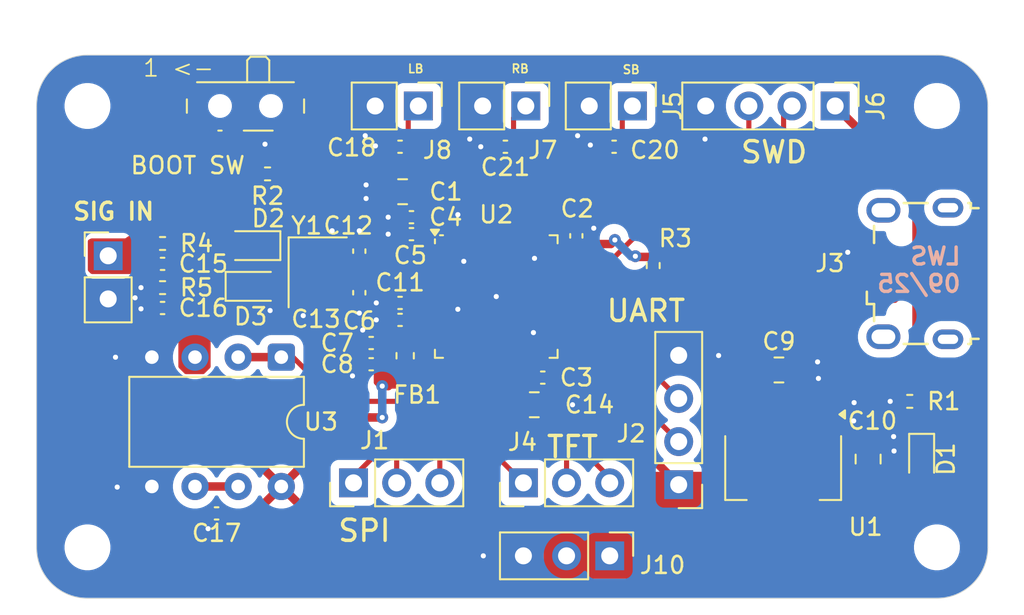
<source format=kicad_pcb>
(kicad_pcb (version 20241229) (generator "pcbnew") (generator_version "9.0")
  (layers (0 "F.Cu" signal) (2 "B.Cu" power) (13 "F.Paste" user) (15 "B.Paste" user) (5 "F.SilkS" user "F.Silkscreen") (7 "B.SilkS" user "B.Silkscreen") (1 "F.Mask" user) (3 "B.Mask" user) (25 "Edge.Cuts" user))
  (net 0 "")
  (net 1 "GND")
  (net 2 "+3.3V")
  (net 3 "+3.3VA")
  (net 4 "VBUS")
  (net 5 "/NRST")
  (net 6 "/HSE_IN")
  (net 7 "/HSE_OUT")
  (net 8 "Net-(U2-VCAP1)")
  (net 9 "/PWR_LED")
  (net 10 "/SPI_MOSI")
  (net 11 "/SPI_MISO")
  (net 12 "/SPI_SCK")
  (net 13 "/USART_RX")
  (net 14 "/USART_TX")
  (net 17 "/USB_D-")
  (net 20 "/USB_D+")
  (net 22 "/TFT_DC{slash}RS")
  (net 23 "/TFT_CS")
  (net 24 "/TFT_RST")
  (net 25 "/SWCLK")
  (net 26 "/SWDIO")
  (net 27 "/SW_BOOT0")
  (net 28 "/BOOT0")
  (net 33 "ADC_IN")
  (net 48 "Net-(U3B--)")
  (net 49 "/ATTN_SIG")
  (net 50 "/INPUT_SIG")
  (net 51 "LEFT_BTN")
  (net 52 "SELECT_BTN")
  (net 53 "RIGHT_BTN")
  (footprint "MountingHole:MountingHole_2.2mm_M2" (layer "F.Cu") (at 148.2 90.2)
    (property "Reference" "H1" (hide yes))
    (property "Value" "MountingHole")
  )
  (footprint "Capacitor_SMD:C_0402_1005Metric" (layer "F.Cu") (at 129.2 92.6)
    (property "Reference" "C20")
    (property "Value" "100n")
  )
  (footprint "Connector_PinHeader_2.54mm:PinHeader_1x02_P2.54mm_Vertical" (layer "F.Cu") (at 99.42 99.025)
    (property "Reference" "J9" (hide yes))
    (property "Value" "SIG_IN")
  )
  (footprint "Connector_USB:USB_Micro-B_Wuerth_629105150521" (layer "F.Cu") (at 146.9 100.068 90)
    (property "Reference" "J3")
    (property "Value" "USB_B_Micro")
  )
  (footprint "Capacitor_SMD:C_0402_1005Metric" (layer "F.Cu") (at 114.9 105.4125 180)
    (property "Reference" "C8")
    (property "Value" "1u")
  )
  (footprint "Resistor_SMD:R_0402_1005Metric" (layer "F.Cu") (at 102.62 98.3)
    (property "Reference" "R4")
    (property "Value" "220k")
  )
  (footprint "Capacitor_SMD:C_0805_2012Metric" (layer "F.Cu") (at 124.5 107.8)
    (property "Reference" "C14")
    (property "Value" "4.7u")
  )
  (footprint "Inductor_SMD:L_0603_1608Metric" (layer "F.Cu") (at 116.9 104.9125 90)
    (property "Reference" "FB1")
    (property "Value" "150R")
  )
  (footprint "Diode_SMD:D_SOD-323" (layer "F.Cu") (at 107.9425 100.825)
    (property "Reference" "D3")
    (property "Value" "1N5819WS")
  )
  (footprint "Diode_SMD:D_SOD-323" (layer "F.Cu") (at 107.9425 98.425 180)
    (property "Reference" "D2")
    (property "Value" "1N5819WS")
  )
  (footprint "MountingHole:MountingHole_2.2mm_M2" (layer "F.Cu") (at 98.2 116.2)
    (property "Reference" "H3" (hide yes))
    (property "Value" "MountingHole")
  )
  (footprint "Package_DIP:DIP-8_W7.62mm" (layer "F.Cu") (at 109.61 104.995 -90)
    (property "Reference" "U3")
    (property "Value" "MCP6022")
  )
  (footprint "Capacitor_SMD:C_0402_1005Metric" (layer "F.Cu") (at 102.62 99.5)
    (property "Reference" "C15")
    (property "Value" "100p")
  )
  (footprint "Capacitor_SMD:C_0402_1005Metric" (layer "F.Cu") (at 116.6 101.8 180)
    (property "Reference" "C11")
    (property "Value" "100n")
  )
  (footprint "Capacitor_SMD:C_0402_1005Metric" (layer "F.Cu") (at 116.6 102.8 180)
    (property "Reference" "C6")
    (property "Value" "10n")
  )
  (footprint "Connector_PinHeader_2.54mm:PinHeader_1x04_P2.54mm_Vertical" (layer "F.Cu") (at 142.21 90.2 -90)
    (property "Reference" "J6")
    (property "Value" "SWD")
  )
  (footprint "Capacitor_SMD:C_0402_1005Metric" (layer "F.Cu") (at 114.2 101.2 -90)
    (property "Reference" "C13")
    (property "Value" "?")
  )
  (footprint "Resistor_SMD:R_0402_1005Metric" (layer "F.Cu") (at 102.62 100.9 180)
    (property "Reference" "R5")
    (property "Value" "220k")
  )
  (footprint "Resistor_SMD:R_0402_1005Metric" (layer "F.Cu") (at 131.5 99.6 -90)
    (property "Reference" "R3")
    (property "Value" "1k5")
  )
  (footprint "Connector_PinHeader_2.54mm:PinHeader_1x02_P2.54mm_Vertical" (layer "F.Cu") (at 130.275 90.2 -90)
    (property "Reference" "J5")
    (property "Value" "Conn_01x02_Pin")
  )
  (footprint "LED_SMD:LED_0603_1608Metric" (layer "F.Cu") (at 147.3 111 -90)
    (property "Reference" "D1")
    (property "Value" "LED")
  )
  (footprint "Resistor_SMD:R_0402_1005Metric" (layer "F.Cu") (at 108.8 94.2)
    (property "Reference" "R2")
    (property "Value" "10k")
  )
  (footprint "Connector_PinHeader_2.54mm:PinHeader_1x02_P2.54mm_Vertical" (layer "F.Cu") (at 124 90.2 -90)
    (property "Reference" "J7")
    (property "Value" "Conn_01x02_Pin")
  )
  (footprint "Capacitor_SMD:C_0402_1005Metric" (layer "F.Cu") (at 116.6 92.6)
    (property "Reference" "C18")
    (property "Value" "100n")
  )
  (footprint "Capacitor_SMD:C_0402_1005Metric" (layer "F.Cu") (at 105.8 114.2 180)
    (property "Reference" "C17")
    (property "Value" "100n")
  )
  (footprint "Capacitor_SMD:C_0402_1005Metric" (layer "F.Cu") (at 126.975 97.85 90)
    (property "Reference" "C2")
    (property "Value" "100n")
  )
  (footprint "Connector_PinHeader_2.54mm:PinHeader_1x03_P2.54mm_Vertical" (layer "F.Cu") (at 123.86 112.4 90)
    (property "Reference" "J4")
    (property "Value" "SPI1")
  )
  (footprint "MountingHole:MountingHole_2.2mm_M2" (layer "F.Cu") (at 148.2 116.2)
    (property "Reference" "H4" (hide yes))
    (property "Value" "MountingHole")
  )
  (footprint "Capacitor_SMD:C_0402_1005Metric" (layer "F.Cu") (at 125 106.2 180)
    (property "Reference" "C3")
    (property "Value" "100n")
  )
  (footprint "Package_DFN_QFN:QFN-48-1EP_7x7mm_P0.5mm_EP5.6x5.6mm" (layer "F.Cu") (at 122.2625 101.425)
    (property "Reference" "U2")
    (property "Value" "STM32F411CEU6")
  )
  (footprint "Capacitor_SMD:C_0402_1005Metric" (layer "F.Cu") (at 102.62 102.1 180)
    (property "Reference" "C16")
    (property "Value" "100p")
  )
  (footprint "Capacitor_SMD:C_0805_2012Metric" (layer "F.Cu") (at 138.9 105.75)
    (property "Reference" "C9")
    (property "Value" "22u")
  )
  (footprint "Connector_PinHeader_2.54mm:PinHeader_1x03_P2.54mm_Vertical" (layer "F.Cu") (at 128.94 116.7 -90)
    (property "Reference" "J10")
    (property "Value" "TFT_PWR")
  )
  (footprint "Capacitor_SMD:C_0402_1005Metric" (layer "F.Cu") (at 122.8 92.6)
    (property "Reference" "C21")
    (property "Value" "100n")
  )
  (footprint "Capacitor_SMD:C_0402_1005Metric" (layer "F.Cu") (at 117.27 97.75 180)
    (property "Reference" "C5")
    (property "Value" "100n")
  )
  (footprint "Resistor_SMD:R_0402_1005Metric" (layer "F.Cu") (at 146.6 107.6 180)
    (property "Reference" "R1")
    (property "Value" "1k5")
  )
  (footprint "Connector_PinHeader_2.54mm:PinHeader_1x03_P2.54mm_Vertical" (layer "F.Cu") (at 113.86 112.4 90)
    (property "Reference" "J1")
    (property "Value" "SPI1")
  )
  (footprint "Button_Switch_SMD:SW_SPDT_PCM12" (layer "F.Cu") (at 107.5 90.53 180)
    (property "Reference" "BOOT SW")
    (property "Value" "SW_SPDT")
  )
  (footprint "Capacitor_SMD:C_0805_2012Metric" (layer "F.Cu") (at 144.15 111 90)
    (property "Reference" "C10")
    (property "Value" "22u")
  )
  (footprint "Connector_PinHeader_2.54mm:PinHeader_1x02_P2.54mm_Vertical" (layer "F.Cu") (at 117.675 90.2 -90)
    (property "Reference" "J8")
    (property "Value" "Conn_01x02_Pin")
  )
  (footprint "Capacitor_SMD:C_0402_1005Metric" (layer "F.Cu") (at 114.9 104.1625 180)
    (property "Reference" "C7")
    (property "Value" "1u")
  )
  (footprint "Capacitor_SMD:C_0402_1005Metric" (layer "F.Cu") (at 114.2 98.75 90)
    (property "Reference" "C12")
    (property "Value" "?")
  )
  (footprint "Crystal:Crystal_SMD_3225-4Pin_3.2x2.5mm" (layer "F.Cu") (at 111.75 100 -90)
    (property "Reference" "Y1")
    (property "Value" "25mHz")
  )
  (footprint "Capacitor_SMD:C_0805_2012Metric" (layer "F.Cu") (at 116.75 95.25 180)
    (property "Reference" "C1")
    (property "Value" "10u")
  )
  (footprint "Package_TO_SOT_SMD:SOT-223-3_TabPin2" (layer "F.Cu") (at 139.15 111.5 -90)
    (property "Reference" "U1")
    (property "Value" "AMS1117-3.3")
  )
  (footprint "Connector_PinHeader_2.54mm:PinHeader_1x04_P2.54mm_Vertical" (layer "F.Cu") (at 133 112.51 180)
    (property "Reference" "J2")
    (property "Value" "USART")
  )
  (footprint "MountingHole:MountingHole_2.2mm_M2" (layer "F.Cu") (at 98.2 90.2)
    (property "Reference" "H2" (hide yes))
    (property "Value" "MountingHole")
  )
  (footprint "Capacitor_SMD:C_0402_1005Metric" (layer "F.Cu") (at 117.27 96.75 180)
    (property "Reference" "C4")
    (property "Value" "100n")
  )
  (gr_line (start 148.2 119.2) (end 98.2 119.2) (stroke (width 0.05)) (layer "Edge.Cuts"))
  (gr_line (start 95.2 116.2) (end 95.2 90.2) (stroke (width 0.05)) (layer "Edge.Cuts"))
  (gr_arc (start 151.2 116.2) (mid 150.32132 118.32132) (end 148.2 119.2) (stroke (width 0.05)) (layer "Edge.Cuts"))
  (gr_line (start 151.2 90.2) (end 151.2 116.2) (stroke (width 0.05)) (layer "Edge.Cuts"))
  (gr_arc (start 95.2 90.2) (mid 96.07868 88.07868) (end 98.2 87.2) (stroke (width 0.05)) (layer "Edge.Cuts"))
  (gr_arc (start 148.2 87.2) (mid 150.32132 88.07868) (end 151.2 90.2) (stroke (width 0.05)) (layer "Edge.Cuts"))
  (gr_arc (start 98.2 119.2) (mid 96.07868 118.32132) (end 95.2 116.2) (stroke (width 0.05)) (layer "Edge.Cuts"))
  (gr_line (start 98.2 87.2) (end 148.2 87.2) (stroke (width 0.05)) (layer "Edge.Cuts"))
  (gr_text "RB" (at 123.1 88.3 0) (layer "F.SilkS") (effects (font (size 0.5 0.5) (thickness 0.1)) (justify left bottom)))
  (gr_text "SB" (at 129.65 88.35 0) (layer "F.SilkS") (effects (font (size 0.5 0.5) (thickness 0.1)) (justify left bottom)))
  (gr_text "1 <-" (at 101.4 88.55 0) (layer "F.SilkS") (effects (font (size 1 1) (thickness 0.1)) (justify left bottom)))
  (gr_text "LB" (at 117 88.3 0) (layer "F.SilkS") (effects (font (size 0.5 0.5) (thickness 0.1)) (justify left bottom)))
  (gr_text "SIG IN" (at 97.25 97 0) (layer "F.SilkS") (effects (font (size 1 1) (thickness 0.2) (bold yes)) (justify left bottom)))
  (gr_text "UART" (at 128.65 103 0) (layer "F.SilkS") (effects (font (size 1.25 1.25) (thickness 0.2)) (justify left bottom)))
  (gr_text "TFT" (at 125.13 111.02 0) (layer "F.SilkS") (effects (font (size 1.25 1.25) (thickness 0.2) (bold yes)) (justify left bottom)))
  (gr_text "SPI" (at 112.85 115.95 0) (layer "F.SilkS") (effects (font (size 1.25 1.25) (thickness 0.2)) (justify left bottom)))
  (gr_text "SWD" (at 136.55 93.65 0) (layer "F.SilkS") (effects (font (size 1.25 1.25) (thickness 0.2) (bold yes)) (justify left bottom)))
  (gr_text "LWS\n09/25" (at 149.7 101.25 0) (layer "B.SilkS") (effects (font (size 1 1) (thickness 0.2) (bold yes)) (justify left bottom mirror)))
  (segment (start 116.79 96.75) (end 115.9 96.75) (width 0.3) (layer "F.Cu") (net 1))
  (segment (start 127.735 90.2) (end 127.735 91.265) (width 0.3) (layer "F.Cu") (net 1))
  (segment (start 120 102.175) (end 121.5125 102.175) (width 0.3) (layer "F.Cu") (net 1))
  (segment (start 124.5125 103.6125) (end 124.45 103.55) (width 0.3) (layer "F.Cu") (net 1))
  (segment (start 145.275 110.05) (end 145.65 109.675) (width 0.5) (layer "F.Cu") (net 1))
  (segment (start 139.85 105.75) (end 140.7 105.75) (width 0.5) (layer "F.Cu") (net 1))
  (segment (start 127.97 97.37) (end 128 97.4) (width 0.3) (layer "F.Cu") (net 1))
  (segment (start 145.2 110.05) (end 145.675 110.525) (width 0.5) (layer "F.Cu") (net 1))
  (segment (start 121.46 90.2) (end 121.46 91.39) (width 0.3) (layer "F.Cu") (net 1))
  (segment (start 126.975 97.37) (end 127.97 97.37) (width 0.3) (layer "F.Cu") (net 1))
  (segment (start 101.99 104.995) (end 99.855 104.995) (width 0.5) (layer "F.Cu") (net 1))
  (segment (start 116.12 92.6) (end 115.2 92.6) (width 0.3) (layer "F.Cu") (net 1))
  (segment (start 115.8 95.25) (end 115.15 95.25) (width 0.3) (layer "F.Cu") (net 1))
  (segment (start 116.12 101.8) (end 115.2 101.8) (width 0.3) (layer "F.Cu") (net 1))
  (segment (start 121.5125 102.175) (end 122.2625 101.425) (width 0.3) (layer "F.Cu") (net 1))
  (segment (start 109.14 91.96) (end 108.65 92.45) (width 0.3) (layer "F.Cu") (net 1))
  (segment (start 99.855 104.995) (end 99.85 105) (width 0.5) (layer "F.Cu") (net 1))
  (segment (start 124.5125 104.8625) (end 124.5125 103.6125) (width 0.3) (layer "F.Cu") (net 1))
  (segment (start 128.72 92.6) (end 127.9 92.6) (width 0.3) (layer "F.Cu") (net 1))
  (segment (start 116.79 97.75) (end 115.9 97.75) (width 0.3) (layer "F.Cu") (net 1))
  (segment (start 105.32 114.2) (end 103.575 114.2) (width 0.5) (layer "F.Cu") (net 1))
  (segment (start 122.32 92.6) (end 121.35 92.6) (width 0.3) (layer "F.Cu") (net 1))
  (segment (start 102.14 102.1) (end 101.4 102.1) (width 0.5) (layer "F.Cu") (net 1))
  (segment (start 101.99 112.615) (end 99.985 112.615) (width 0.5) (layer "F.Cu") (net 1))
  (segment (start 99.985 112.615) (end 99.95 112.65) (width 0.5) (layer "F.Cu") (net 1))
  (segment (start 114.2 98.27) (end 114.2 97.55) (width 0.3) (layer "F.Cu") (net 1))
  (segment (start 125.45 107.8) (end 126.75 107.8) (width 0.3) (layer "F.Cu") (net 1))
  (segment (start 140.725 105.75) (end 141.225 106.25) (width 0.5) (layer "F.Cu") (net 1))
  (segment (start 114.2 101.68) (end 114.2 102.4) (width 0.2) (layer "F.Cu") (net 1))
  (segment (start 103.575 114.2) (end 101.99 112.615) (width 0.5) (layer "F.Cu") (net 1))
  (segment (start 114.42 105.48) (end 113.8 106.1) (width 0.3) (layer "F.Cu") (net 1))
  (segment (start 144.15 110.05) (end 145.2 110.05) (width 0.5) (layer "F.Cu") (net 1))
  (segment (start 108.9925 102.2075) (end 108.95 102.25) (width 0.3) (layer "F.Cu") (net 1))
  (segment (start 115.2 92.6) (end 115.15 92.55) (width 0.3) (layer "F.Cu") (net 1))
  (segment (start 114.42 105.4125) (end 114.42 105.48) (width 0.3) (layer "F.Cu") (net 1))
  (segment (start 118.825 102.175) (end 120 102.175) (width 0.3) (layer "F.Cu") (net 1))
  (segment (start 115.15 95.25) (end 114.75 95.65) (width 0.3) (layer "F.Cu") (net 1))
  (segment (start 141.45 108.35) (end 142.9 108.35) (width 0.5) (layer "F.Cu") (net 1))
  (segment (start 124.5125 106.1925) (end 124.52 106.2) (width 0.3) (layer "F.Cu") (net 1))
  (segment (start 134.59 92.11) (end 134.55 92.15) (width 0.3) (layer "F.Cu") (net 1))
  (segment (start 109.75 91.96) (end 109.14 91.96) (width 0.3) (layer "F.Cu") (net 1))
  (segment (start 114.42 103.42) (end 114.4 103.4) (width 0.3) (layer "F.Cu") (net 1))
  (segment (start 122.325 101.425) (end 124.45 103.55) (width 0.3) (layer "F.Cu") (net 1))
  (segment (start 124.5125 104.8625) (end 124.5125 106.1925) (width 0.3) (layer "F.Cu") (net 1))
  (segment (start 110.9 101.1) (end 110.9 102.55) (width 0.3) (layer "F.Cu") (net 1))
  (segment (start 105.32 115.08) (end 105.3 115.1) (width 0.5) (layer "F.Cu") (net 1))
  (segment (start 122.2625 101.425) (end 122.2625 101.2625) (width 0.3) (layer "F.Cu") (net 1))
  (segment (start 142.65 108.35) (end 143.325 107.675) (width 0.5) (layer "F.Cu") (net 1))
  (segment (start 115.135 91.365) (end 114.55 91.95) (width 0.3) (layer "F.Cu") (net 1))
  (segment (start 123.86 116.7) (end 121.5 116.7) (width 0.3) (layer "F.Cu") (net 1))
  (segment (start 122.2625 101.425) (end 122.325 101.425) (width 0.3) (layer "F.Cu") (net 1))
  (segment (start 120.0125 96.6125) (end 120 96.6) (width 0.3) (layer "F.Cu") (net 1))
  (segment (start 101.4 102.1) (end 101.35 102.15) (width 0.5) (layer "F.Cu") (net 1))
  (segment (start 139.85 105.75) (end 140.725 105.75) (width 0.5) (layer "F.Cu") (net 1))
  (segment (start 115.15 95.25) (end 115 95.25) (width 0.3) (layer "F.Cu") (net 1))
  (segment (start 99.42 101.565) (end 100.935 101.565) (width 0.5) (layer "F.Cu") (net 1))
  (segment (start 102.11 100.9) (end 101.35 100.9) (width 0.5) (layer "F.Cu") (net 1))
  (segment (start 141.45 108.35) (end 142.65 108.35) (width 0.5) (layer "F.Cu") (net 1))
  (segment (start 144.15 110.05) (end 145.275 110.05) (width 0.5) (layer "F.Cu") (net 1))
  (segment (start 140.7 105.75) (end 141.175 105.275) (width 0.5) (layer "F.Cu") (net 1))
  (segment (start 116.12 102.8) (end 115.2 102.8) (width 0.3) (layer "F.Cu") (net 1))
  (segment (start 108.9925 100.825) (end 108.9925 102.2075) (width 0.3) (layer "F.Cu") (net 1))
  (segment (start 121.46 91.39) (end 120.7 92.15) (width 0.3) (layer "F.Cu") (net 1))
  (segment (start 145 98.768) (end 143 98.768) (width 0.3) (layer "F.Cu") (net 1))
  (segment (start 105.32 114.2) (end 105.32 115.08) (width 0.5) (layer "F.Cu") (net 1))
  (segment (start 114.75 95.65) (end 114.6 95.65) (width 0.3) (layer "F.Cu") (net 1))
  (segment (start 112.6 98.9) (end 112.6 97.55) (width 0.3) (layer "F.Cu") (net 1))
  (segment (start 120.0125 97.9875) (end 120.0125 99.0125) (width 0.3) (layer "F.Cu") (net 1))
  (segment (start 100.935 101.565) (end 101 101.5) (width 0.5) (layer "F.Cu") (net 1))
  (segment (start 115 95.25) (end 114.6 94.85) (width 0.3) (layer "F.Cu") (net 1))
  (segment (start 142.9 108.35) (end 143.3 108.75) (width 0.5) (layer "F.Cu") (net 1))
  (segment (start 146.09 107.6) (end 145.45 107.6) (width 0.3) (layer "F.Cu") (net 1))
  (segment (start 125.7 99.175) (end 124.5125 99.175) (width 0.3) (layer "F.Cu") (net 1))
  (segment (start 133 104.89) (end 135.34 104.89) (width 0.3) (layer "F.Cu") (net 1))
  (segment (start 122.2625 101.425) (end 124.5125 99.175) (width 0.3) (layer "F.Cu") (net 1))
  (segment (start 135.34 104.89) (end 135.35 104.9) (width 0.3) (layer "F.Cu") (net 1))
  (segment (start 134.59 90.2) (end 134.59 92.11) (width 0.3) (layer "F.Cu") (net 1))
  (segment (start 127.735 91.265) (end 127.05 91.95) (width 0.3) (layer "F.Cu") (net 1))
  (segment (start 115.135 90.2) (end 115.135 91.365) (width 0.3) (layer "F.Cu") (net 1))
  (segment (start 120.0125 97.9875) (end 120.0125 96.6125) (width 0.3) (layer "F.Cu") (net 1))
  (segment (start 127.9 92.6) (end 127.8 92.5) (width 0.3) (layer "F.Cu") (net 1))
  (segment (start 122.2625 101.2625) (end 120.35 99.35) (width 0.3) (layer "F.Cu") (net 1))
  (segment (start 114.42 104.1625) (end 114.42 103.42) (width 0.3) (layer "F.Cu") (net 1))
  (segment (start 120.0125 99.0125) (end 120.35 99.35) (width 0.3) (layer "F.Cu") (net 1))
  (via (at 101.35 100.9) (size 0.6) (drill 0.3) (layers "F.Cu" "B.Cu") (net 1))
  (via (at 101 101.5) (size 0.6) (drill 0.3) (layers "F.Cu" "B.Cu") (net 1))
  (via (at 141.175 105.275) (size 0.6) (drill 0.3) (layers "F.Cu" "B.Cu") (net 1))
  (via (at 142.95 98.818) (size 0.6) (drill 0.3) (layers "F.Cu" "B.Cu") (net 1))
  (via (at 114.2 102.4) (size 0.6) (drill 0.3) (layers "F.Cu" "B.Cu") (net 1))
  (via (at 126.75 107.8) (size 0.6) (drill 0.3) (layers "F.Cu" "B.Cu") (net 1))
  (via (at 124.45 103.55) (size 0.7) (drill 0.3) (layers "F.Cu" "B.Cu") (net 1))
  (via (at 127.05 91.95) (size 0.6) (drill 0.3) (layers "F.Cu" "B.Cu") (net 1))
  (via (at 101.35 102.15) (size 0.6) (drill 0.3) (layers "F.Cu" "B.Cu") (net 1))
  (via (at 115.2 102.8) (size 0.6) (drill 0.3) (layers "F.Cu" "B.Cu") (net 1))
  (via (at 145.675 110.525) (size 0.6) (drill 0.3) (layers "F.Cu" "B.Cu") (net 1))
  (via (at 122.2625 101.425) (size 0.7) (drill 0.3) (layers "F.Cu" "B.Cu") (net 1))
  (via (at 99.85 105) (size 0.6) (drill 0.3) (layers "F.Cu" "B.Cu") (net 1))
  (via (at 141.225 106.25) (size 0.6) (drill 0.3) (layers "F.Cu" "B.Cu") (net 1))
  (via (at 143.325 107.675) (size 0.6) (drill 0.3) (layers "F.Cu" "B.Cu") (net 1))
  (via (at 108.65 92.45) (size 0.6) (drill 0.3) (layers "F.Cu" "B.Cu") (net 1))
  (via (at 121.35 92.6) (size 0.6) (drill 0.3) (layers "F.Cu" "B.Cu") (net 1))
  (via (at 120.35 99.35) (size 0.7) (drill 0.3) (layers "F.Cu" "B.Cu") (net 1))
  (via (at 113.8 106.1) (size 0.6) (drill 0.3) (layers "F.Cu" "B.Cu") (net 1))
  (via (at 115.9 97.75) (size 0.6) (drill 0.3) (layers "F.Cu" "B.Cu") (net 1))
  (via (at 99.95 112.65) (size 0.6) (drill 0.3) (layers "F.Cu" "B.Cu") (net 1))
  (via (at 115.2 101.8) (size 0.6) (drill 0.3) (layers "F.Cu" "B.Cu") (net 1))
  (via (at 115.9 96.75) (size 0.6) (drill 0.3) (layers "F.Cu" "B.Cu") (net 1))
  (via (at 127.8 92.5) (size 0.6) (drill 0.3) (layers "F.Cu" "B.Cu") (net 1))
  (via (at 120 102.175) (size 0.6) (drill 0.3) (layers "F.Cu" "B.Cu") (net 1))
  (via (at 120 96.6) (size 0.6) (drill 0.3) (layers "F.Cu" "B.Cu") (net 1))
  (via (at 108.95 102.25) (size 0.6) (drill 0.3) (layers "F.Cu" "B.Cu") (net 1))
  (via (at 121.5 116.7) (size 0.6) (drill 0.3) (layers "F.Cu" "B.Cu") (net 1))
  (via (at 114.6 95.65) (size 0.6) (drill 0.3) (layers "F.Cu" "B.Cu") (net 1))
  (via (at 110.9 102.55) (size 0.6) (drill 0.3) (layers "F.Cu" "B.Cu") (net 1))
  (via (at 115.15 92.55) (size 0.6) (drill 0.3) (layers "F.Cu" "B.Cu") (net 1))
  (via (at 112.6 97.55) (size 0.6) (drill 0.3) (layers "F.Cu" "B.Cu") (net 1))
  (via (at 145.45 107.6) (size 0.6) (drill 0.3) (layers "F.Cu" "B.Cu") (net 1))
  (via (at 145.65 109.675) (size 0.6) (drill 0.3) (layers "F.Cu" "B.Cu") (net 1))
  (via (at 114.6 94.85) (size 0.6) (drill 0.3) (layers "F.Cu" "B.Cu") (net 1))
  (via (at 135.35 104.9) (size 0.6) (drill 0.3) (layers "F.Cu" "B.Cu") (net 1))
  (via (at 114.4 103.4) (size 0.6) (drill 0.3) (layers "F.Cu" "B.Cu") (net 1))
  (via (at 120.7 92.15) (size 0.6) (drill 0.3) (layers "F.Cu" "B.Cu") (net 1))
  (via (at 105.3 115.1) (size 0.6) (drill 0.3) (layers "F.Cu" "B.Cu") (net 1))
  (via (at 143.3 108.75) (size 0.6) (drill 0.3) (layers "F.Cu" "B.Cu") (net 1))
  (via (at 128 97.4) (size 0.6) (drill 0.3) (layers "F.Cu" "B.Cu") (net 1))
  (via (at 114.55 91.95) (size 0.6) (drill 0.3) (layers "F.Cu" "B.Cu") (net 1))
  (via (at 134.55 92.15) (size 0.6) (drill 0.3) (layers "F.Cu" "B.Cu") (net 1))
  (via (at 114.2 97.55) (size 0.6) (drill 0.3) (layers "F.Cu" "B.Cu") (net 1))
  (via (at 124.5125 99.175) (size 0.6) (drill 0.3) (layers "F.Cu" "B.Cu") (net 1))
  (segment (start 133 112.51) (end 126.69 106.2) (width 0.5) (layer "F.Cu") (net 2))
  (segment (start 148.226 110.8615) (end 147.3 111.7875) (width 0.5) (layer "F.Cu") (net 2))
  (segment (start 126.4 115.15) (end 125.85 114.6) (width 0.5) (layer "F.Cu") (net 2))
  (segment (start 106.28 114.2) (end 108.025 114.2) (width 0.5) (layer "F.Cu") (net 2))
  (segment (start 115 97.2) (end 115 98.4) (width 0.5) (layer "F.Cu") (net 2))
  (segment (start 117.8 98.6) (end 118.275 98.125) (width 0.5) (layer "F.Cu") (net 2))
  (segment (start 117.75 95.3) (end 117.7 95.25) (width 0.3) (layer "F.Cu") (net 2))
  (segment (start 126.4 116.7) (end 126.4 115.15) (width 0.5) (layer "F.Cu") (net 2))
  (segment (start 142.21 90.2) (end 145.205 93.195) (width 0.5) (layer "F.Cu") (net 2))
  (segment (start 118.9875 97.9875) (end 117.75 96.75) (width 0.3) (layer "F.Cu") (net 2))
  (segment (start 145.205 93.195) (end 139.31 99.09) (width 0.5) (layer "F.Cu") (net 2))
  (segment (start 147.001 106.338528) (end 148.226 107.563528) (width 0.5) (layer "F.Cu") (net 2))
  (segment (start 127.65 98.33) (end 125.944 98.33) (width 0.5) (layer "F.Cu") (net 2))
  (segment (start 116.6125 105.4125) (end 116.9 105.7) (width 0.3) (layer "F.Cu") (net 2))
  (segment (start 115.2 98.6) (end 117.8 98.6) (width 0.5) (layer "F.Cu") (net 2))
  (segment (start 125.48 105.33) (end 125.0125 104.8625) (width 0.3) (layer "F.Cu") (net 2))
  (segment (start 147.001 94.991) (end 147.001 106.338528) (width 0.5) (layer "F.Cu") (net 2))
  (segment (start 129.242525 98.092525) (end 129.00505 98.33) (width 0.5) (layer "F.Cu") (net 2))
  (segment (start 108.9925 98.425) (end 107.28375 96.71625) (width 0.5) (layer "F.Cu") (net 2))
  (segment (start 132.45 99.09) (end 131.5 99.09) (width 0.5) (layer "F.Cu") (net 2))
  (segment (start 109.61 112.615) (end 113.675 108.55) (width 0.5) (layer "F.Cu") (net 2))
  (segment (start 105.295 108.3) (end 100.9 108.3) (width 0.5) (layer "F.Cu") (net 2))
  (segment (start 113.675 108.55) (end 114.8 108.55) (width 0.5) (layer "F.Cu") (net 2))
  (segment (start 99.5175 94.6825) (end 105.25 94.6825) (width 0.5) (layer "F.Cu") (net 2))
  (segment (start 125.85 114.6) (end 111.595 114.6) (width 0.5) (layer "F.Cu") (net 2))
  (segment (start 130.49 99.09) (end 130.45 99.05) (width 0.5) (layer "F.Cu") (net 2))
  (segment (start 114.51625 96.71625) (end 115 97.2) (width 0.5) (layer "F.Cu") (net 2))
  (segment (start 126.69 106.2) (end 125.48 106.2) (width 0.5) (layer "F.Cu") (net 2))
  (segment (start 147.1375 111.95) (end 147.3 111.7875) (width 0.3) (layer "F.Cu") (net 2))
  (segment (start 129.00505 98.33) (end 127.65 98.33) (width 0.5) (layer "F.Cu") (net 2))
  (segment (start 148.226 110.8615) (end 147.1375 111.95) (width 0.5) (layer "F.Cu") (net 2))
  (segment (start 147.1375 111.95) (end 144.15 111.95) (width 0.5) (layer "F.Cu") (net 2))
  (segment (start 115.38 105.4125) (end 116.6125 105.4125) (width 0.3) (layer "F.Cu") (net 2))
  (segment (start 144.3125 111.7875) (end 144.15 111.95) (width 0.3) (layer "F.Cu") (net 2))
  (segment (start 125.944 98.33) (end 125.7 98.574) (width 0.5) (layer "F.Cu") (net 2))
  (segment (start 115.9 106.7) (end 116.9 105.7) (width 0.5) (layer "F.Cu") (net 2))
  (segment (start 117.75 96.75) (end 117.75 95.3) (width 0.3) (layer "F.Cu") (net 2))
  (segment (start 115 98.4) (end 115.2 98.6) (width 0.5) (layer "F.Cu") (net 2))
  (segment (start 109.61 112.615) (end 105.295 108.3) (width 0.5) (layer "F.Cu") (net 2))
  (segment (start 148.226 107.563528) (end 148.226 110.8615) (width 0.5) (layer "F.Cu") (net 2))
  (segment (start 115.55 106.7) (end 115.9 106.7) (width 0.5) (layer "F.Cu") (net 2))
  (segment (start 139.31 99.09) (end 132.45 99.09) (width 0.5) (layer "F.Cu") (net 2))
  (segment (start 132.45 99.09) (end 130.49 99.09) (width 0.5) (layer "F.Cu") (net 2))
  (segment (start 117.9 97.75) (end 118.275 98.125) (width 0.3) (layer "F.Cu") (net 2))
  (segment (start 105.25 94.6825) (end 105.25 91.96) (width 0.5) (layer "F.Cu") (net 2))
  (segment (start 145.205 93.195) (end 147.001 94.991) (width 0.5) (layer "F.Cu") (net 2))
  (segment (start 125.48 106.2) (end 125.48 105.33) (width 0.3) (layer "F.Cu") (net 2))
  (segment (start 107.28375 96.71625) (end 106.98375 96.41625) (width 0.5) (layer "F.Cu") (net 2))
  (segment (start 117.75 97.75) (end 117.9 97.75) (width 0.3) (layer "F.Cu") (net 2))
  (segment (start 106.98375 96.41625) (end 105.25 94.6825) (width 0.5) (layer "F.Cu") (net 2))
  (segment (start 118.275 98.125) (end 118.825 98.675) (width 0.3) (layer "F.Cu") (net 2))
  (segment (start 109.61 112.615) (end 109.61 112.26) (width 0.5) (layer "F.Cu") (net 2))
  (segment (start 127.65 98.33) (end 126.975 98.33) (width 0.5) (layer "F.Cu") (net 2))
  (segment (start 107.28375 96.71625) (end 114.51625 96.71625) (width 0.5) (layer "F.Cu") (net 2))
  (segment (start 109.61 112.26) (end 109.6 112.25) (width 0.5) (layer "F.Cu") (net 2))
  (segment (start 119.5125 97.9875) (end 118.9875 97.9875) (width 0.3) (layer "F.Cu") (net 2))
  (segment (start 114.8 108.55) (end 115.55 108.55) (width 0.5) (layer "F.Cu") (net 2))
  (segment (start 100.9 108.3) (end 96.8 104.2) (width 0.5) (layer "F.Cu") (net 2))
  (segment (start 108.025 114.2) (end 109.61 112.615) (width 0.5) (layer "F.Cu") (net 2))
  (segment (start 96.8 97.4) (end 99.5175 94.6825) (width 0.5) (layer "F.Cu") (net 2))
  (segment (start 96.8 104.2) (end 96.8 97.4) (width 0.5) (layer "F.Cu") (net 2))
  (segment (start 111.595 114.6) (end 109.61 112.615) (width 0.5) (layer "F.Cu") (net 2))
  (via (at 115.55 106.7) (size 0.7) (drill 0.3) (layers "F.Cu" "B.Cu") (net 2))
  (via (at 129.242525 98.092525) (size 0.7) (drill 0.3) (layers "F.Cu" "B.Cu") (net 2))
  (via (at 130.45 99.05) (size 0.7) (drill 0.3) (layers "F.Cu" "B.Cu") (net 2))
  (via (at 115.55 108.55) (size 0.7) (drill 0.3) (layers "F.Cu" "B.Cu") (net 2))
  (segment (start 115.55 108.55) (end 115.55 106.7) (width 0.5) (layer "B.Cu") (net 2))
  (segment (start 130.45 99.05) (end 130.2 99.05) (width 0.5) (layer "B.Cu") (net 2))
  (segment (start 130.2 99.05) (end 129.242525 98.092525) (width 0.5) (layer "B.Cu") (net 2))
  (segment (start 118.825 102.675) (end 117.205 102.675) (width 0.3) (layer "F.Cu") (net 3))
  (segment (start 117.205 102.675) (end 117.08 102.8) (width 0.3) (layer "F.Cu") (net 3))
  (segment (start 118.825 101.675) (end 117.205 101.675) (width 0.3) (layer "F.Cu") (net 5))
  (segment (start 117.205 101.675) (end 117.08 101.8) (width 0.3) (layer "F.Cu") (net 5))
  (segment (start 111.951 99.951) (end 110.9 98.9) (width 0.3) (layer "F.Cu") (net 6))
  (segment (start 113.479 99.951) (end 111.951 99.951) (width 0.3) (layer "F.Cu") (net 6))
  (segment (start 114.2 99.23) (end 113.479 99.951) (width 0.3) (layer "F.Cu") (net 6))
  (segment (start 117.775 100.675) (end 116.33 99.23) (width 0.3) (layer "F.Cu") (net 6))
  (segment (start 116.33 99.23) (end 114.2 99.23) (width 0.3) (layer "F.Cu") (net 6))
  (segment (start 118.825 100.675) (end 117.775 100.675) (width 0.3) (layer "F.Cu") (net 6))
  (segment (start 112.98 100.72) (end 112.6 101.1) (width 0.3) (layer "F.Cu") (net 7))
  (segment (start 118.825 101.175) (end 117.475 101.175) (width 0.3) (layer "F.Cu") (net 7))
  (segment (start 117.02 100.72) (end 114.2 100.72) (width 0.3) (layer "F.Cu") (net 7))
  (segment (start 114.2 100.72) (end 112.98 100.72) (width 0.3) (layer "F.Cu") (net 7))
  (segment (start 117.475 101.175) (end 117.02 100.72) (width 0.3) (layer "F.Cu") (net 7))
  (segment (start 123.55 105.84901) (end 124.0125 105.38651) (width 0.3) (layer "F.Cu") (net 8))
  (segment (start 124.0125 105.38651) (end 124.0125 104.8625) (width 0.3) (layer "F.Cu") (net 8))
  (segment (start 123.55 107.8) (end 123.55 105.84901) (width 0.3) (layer "F.Cu") (net 8))
  (segment (start 147.3 107.79) (end 147.11 107.6) (width 0.3) (layer "F.Cu") (net 9))
  (segment (start 147.3 110.2125) (end 147.3 107.79) (width 0.3) (layer "F.Cu") (net 9))
  (segment (start 118.94 108.685) (end 118.94 112.4) (width 0.3) (layer "F.Cu") (net 10))
  (segment (start 121.5125 104.8625) (end 121.5125 106.1125) (width 0.3) (layer "F.Cu") (net 10))
  (segment (start 121.5125 106.1125) (end 118.94 108.685) (width 0.3) (layer "F.Cu") (net 10))
  (segment (start 121.0125 104.8625) (end 121.0125 105.7375) (width 0.3) (layer "F.Cu") (net 11))
  (segment (start 116.4 110.35) (end 116.4 112.4) (width 0.3) (layer "F.Cu") (net 11))
  (segment (start 121.0125 105.7375) (end 116.4 110.35) (width 0.3) (layer "F.Cu") (net 11))
  (segment (start 113.86 112.04) (end 113.86 112.4) (width 0.3) (layer "F.Cu") (net 12))
  (segment (start 120.5125 104.8625) (end 120.5125 105.3875) (width 0.3) (layer "F.Cu") (net 12))
  (segment (start 120.5125 105.3875) (end 113.86 112.04) (width 0.3) (layer "F.Cu") (net 12))
  (segment (start 126.745 101.175) (end 133 107.43) (width 0.3) (layer "F.Cu") (net 13))
  (segment (start 125.7 101.175) (end 126.745 101.175) (width 0.3) (layer "F.Cu") (net 13))
  (segment (start 126.22401 101.675) (end 126.525 101.97599) (width 0.3) (layer "F.Cu") (net 14))
  (segment (start 130.825 106.625) (end 130.825 107.795) (width 0.3) (layer "F.Cu") (net 14))
  (segment (start 130.825 107.795) (end 133 109.97) (width 0.3) (layer "F.Cu") (net 14))
  (segment (start 126.525 102.325) (end 130.825 106.625) (width 0.3) (layer "F.Cu") (net 14))
  (segment (start 126.525 101.97599) (end 126.525 102.325) (width 0.3) (layer "F.Cu") (net 14))
  (segment (start 125.7 101.675) (end 126.22401 101.675) (width 0.3) (layer "F.Cu") (net 14))
  (segment (start 131.05395 100.675) (end 131.10995 100.731) (width 0.3) (layer "F.Cu") (net 17))
  (segment (start 131.10995 100.731) (end 142.145 100.731) (width 0.3) (layer "F.Cu") (net 17))
  (segment (start 142.145 100.731) (end 142.158 100.718) (width 0.3) (layer "F.Cu") (net 17))
  (segment (start 125.7 100.675) (end 131.05395 100.675) (width 0.3) (layer "F.Cu") (net 17))
  (segment (start 142.158 100.718) (end 145 100.718) (width 0.3) (layer "F.Cu") (net 17))
  (segment (start 142.099 100.175) (end 142.206 100.068) (width 0.3) (layer "F.Cu") (net 20))
  (segment (start 142.206 100.068) (end 145 100.068) (width 0.3) (layer "F.Cu") (net 20))
  (segment (start 125.7 100.175) (end 142.099 100.175) (width 0.3) (layer "F.Cu") (net 20))
  (segment (start 123.0125 104.8625) (end 123.0125 106.75563) (width 0.3) (layer "F.Cu") (net 22))
  (segment (start 122.699 108.53087) (end 123.41813 109.25) (width 0.3) (layer "F.Cu") (net 22))
  (segment (start 122.699 107.06913) (end 122.699 108.53087) (width 0.3) (layer "F.Cu") (net 22))
  (segment (start 126.1 109.25) (end 128.94 112.09) (width 0.3) (layer "F.Cu") (net 22))
  (segment (start 128.94 112.09) (end 128.94 112.4) (width 0.3) (layer "F.Cu") (net 22))
  (segment (start 123.41813 109.25) (end 126.1 109.25) (width 0.3) (layer "F.Cu") (net 22))
  (segment (start 123.0125 106.75563) (end 122.699 107.06913) (width 0.3) (layer "F.Cu") (net 22))
  (segment (start 121.697 106.653) (end 121.697 110.237) (width 0.3) (layer "F.Cu") (net 23))
  (segment (start 122.0125 104.8625) (end 122.0125 106.3375) (width 0.3) (layer "F.Cu") (net 23))
  (segment (start 121.697 110.237) (end 123.86 112.4) (width 0.3) (layer "F.Cu") (net 23))
  (segment (start 122.0125 106.3375) (end 121.697 106.653) (width 0.3) (layer "F.Cu") (net 23))
  (segment (start 122.5125 106.54711) (end 122.198 106.86161) (width 0.3) (layer "F.Cu") (net 24))
  (segment (start 122.198 106.86161) (end 122.198 108.748) (width 0.3) (layer "F.Cu") (net 24))
  (segment (start 126.4 110.9) (end 126.4 112.4) (width 0.3) (layer "F.Cu") (net 24))
  (segment (start 125.45 109.95) (end 126.4 110.9) (width 0.3) (layer "F.Cu") (net 24))
  (segment (start 122.5125 104.8625) (end 122.5125 106.54711) (width 0.3) (layer "F.Cu") (net 24))
  (segment (start 123.4 109.95) (end 125.45 109.95) (width 0.3) (layer "F.Cu") (net 24))
  (segment (start 122.198 108.748) (end 123.4 109.95) (width 0.3) (layer "F.Cu") (net 24))
  (segment (start 133.325 93.475) (end 135.4 93.475) (width 0.3) (layer "F.Cu") (net 25))
  (segment (start 127.9 95.1) (end 131.7 95.1) (width 0.3) (layer "F.Cu") (net 25))
  (segment (start 137.13 91.745) (end 137.13 90.2) (width 0.3) (layer "F.Cu") (net 25))
  (segment (start 125.0125 97.9875) (end 127.9 95.1) (width 0.3) (layer "F.Cu") (net 25))
  (segment (start 131.7 95.1) (end 133.325 93.475) (width 0.3) (layer "F.Cu") (net 25))
  (segment (start 135.4 93.475) (end 137.13 91.745) (width 0.3) (layer "F.Cu") (net 25))
  (segment (start 133.6 94.725) (end 135.475 94.725) (width 0.3) (layer "F.Cu") (net 26))
  (segment (start 135.475 94.725) (end 138.175 92.025) (width 0.3) (layer "F.Cu") (net 26))
  (segment (start 125.7 99.675) (end 128.65 99.675) (width 0.3) (layer "F.Cu") (net 26))
  (segment (start 139.175 91.55) (end 139.175 90.695) (width 0.3) (layer "F.Cu") (net 26))
  (segment (start 138.7 92.025) (end 139.175 91.55) (width 0.3) (layer "F.Cu") (net 26))
  (segment (start 138.175 92.025) (end 138.7 92.025) (width 0.3) (layer "F.Cu") (net 26))
  (segment (start 128.65 99.675) (end 133.6 94.725) (width 0.3) (layer "F.Cu") (net 26))
  (segment (start 139.175 90.695) (end 139.67 90.2) (width 0.3) (layer "F.Cu") (net 26))
  (segment (start 106.75 93.15) (end 106.75 91.96) (width 0.3) (layer "F.Cu") (net 27))
  (segment (start 107.8 94.2) (end 106.75 93.15) (width 0.3) (layer "F.Cu") (net 27))
  (segment (start 108.29 94.2) (end 107.8 94.2) (width 0.3) (layer "F.Cu") (net 27))
  (segment (start 118.95 93.775) (end 109.735 93.775) (width 0.3) (layer "F.Cu") (net 28))
  (segment (start 121.5125 96.3375) (end 118.95 93.775) (width 0.3) (layer "F.Cu") (net 28))
  (segment (start 109.735 93.775) (end 109.31 94.2) (width 0.3) (layer "F.Cu") (net 28))
  (segment (start 121.5125 97.9875) (end 121.5125 96.3375) (width 0.3) (layer "F.Cu") (net 28))
  (segment (start 112.9 107.6) (end 112.1 106.8) (width 0.3) (layer "F.Cu") (net 33))
  (segment (start 117.2 107.6) (end 112.9 107.6) (width 0.3) (layer "F.Cu") (net 33))
  (segment (start 118.825 103.175) (end 118.30099 103.175) (width 0.3) (layer "F.Cu") (net 33))
  (segment (start 107.07 104.995) (end 109.61 104.995) (width 0.5) (layer "F.Cu") (net 33))
  (segment (start 110.295 104.995) (end 109.61 104.995) (width 0.3) (layer "F.Cu") (net 33))
  (segment (start 118.30099 103.175) (end 118 103.47599) (width 0.3) (layer "F.Cu") (net 33))
  (segment (start 118 103.47599) (end 118 106.8) (width 0.3) (layer "F.Cu") (net 33))
  (segment (start 118 106.8) (end 117.2 107.6) (width 0.3) (layer "F.Cu") (net 33))
  (segment (start 112.1 106.8) (end 110.295 104.995) (width 0.3) (layer "F.Cu") (net 33))
  (segment (start 104.53 112.615) (end 107.07 112.615) (width 0.5) (layer "F.Cu") (net 48))
  (segment (start 99.42 99.025) (end 101.665 99.025) (width 0.3) (layer "F.Cu") (net 50))
  (segment (start 101.665 99.025) (end 102.14 99.5) (width 0.3) (layer "F.Cu") (net 50))
  (segment (start 99.42 99.025) (end 101.385 99.025) (width 0.3) (layer "F.Cu") (net 50))
  (segment (start 101.385 99.025) (end 102.11 98.3) (width 0.3) (layer "F.Cu") (net 50))
  (segment (start 117.08 92.6) (end 117.08 90.795) (width 0.3) (layer "F.Cu") (net 51))
  (segment (start 122.0125 97.9875) (end 122.0125 95.2625) (width 0.3) (layer "F.Cu") (net 51))
  (segment (start 117.08 90.795) (end 117.675 90.2) (width 0.3) (layer "F.Cu") (net 51))
  (segment (start 122.0125 95.2625) (end 119.35 92.6) (width 0.3) (layer "F.Cu") (net 51))
  (segment (start 119.35 92.6) (end 117.08 92.6) (width 0.3) (layer "F.Cu") (net 51))
  (segment (start 123.0125 97.9875) (end 123.0125 97.46349) (width 0.3) (layer "F.Cu") (net 52))
  (segment (start 127.00099 93.475) (end 129.075 93.475) (width 0.3) (layer "F.Cu") (net 52))
  (segment (start 129.075 93.475) (end 129.68 92.87) (width 0.3) (layer "F.Cu") (net 52))
  (segment (start 129.68 92.6) (end 129.68 90.795) (width 0.3) (layer "F.Cu") (net 52))
  (segment (start 123.0125 97.46349) (end 127.00099 93.475) (width 0.3) (layer "F.Cu") (net 52))
  (segment (start 129.68 92.87) (end 129.68 92.6) (width 0.3) (layer "F.Cu") (net 52))
  (segment (start 129.68 90.795) (end 130.275 90.2) (width 0.3) (layer "F.Cu") (net 52))
  (segment (start 123.28 90.92) (end 124 90.2) (width 0.3) (layer "F.Cu") (net 53))
  (segment (start 122.5125 97.9875) (end 122.5125 96.4875) (width 0.3) (layer "F.Cu") (net 53))
  (segment (start 123.28 95.72) (end 123.28 92.6) (width 0.3) (layer "F.Cu") (net 53))
  (segment (start 122.5125 96.4875) (end 123.28 95.72) (width 0.3) (layer "F.Cu") (net 53))
  (segment (start 123.28 92.6) (end 123.28 90.92) (width 0.3) (layer "F.Cu") (net 53))
  (zone (net 49) (net_name "/ATTN_SIG") (layer "F.Cu") (priority 3) (connect_pads yes (clearance 0)) (min_thickness 0.25) (fill yes (thermal_gap 0.5) (thermal_bridge_width 0.5))
    (polygon (pts (xy 102.7 98) (xy 102.9 97.8) (xy 103.4 97.8) (xy 103.65 98.05) (xy 107.15 98.05) (xy 107.4 98.3) (xy 107.4 101.65) (xy 105.45 103.6) (xy 105.45 105.6) (xy 105.05 106) (xy 103.95 106) (xy 103.55 105.6) (xy 103.55 102.65) (xy 103.4 102.5) (xy 102.85 102.5) (xy 102.7 102.35)))
  )
  (zone (net 1) (net_name "GND") (layer "F.Cu") (priority 6) (connect_pads yes (clearance 0)) (min_thickness 0.25) (fill yes (thermal_gap 0.5) (thermal_bridge_width 0.5))
    (polygon (pts (xy 98.3 100.95) (xy 98.8 100.45) (xy 102.15 100.45) (xy 102.4 100.7) (xy 102.4 102.31) (xy 102.25 102.46) (xy 98.71 102.46) (xy 98.3 102.05)))
  )
  (zone (net 1) (net_name "GND") (layer "F.Cu") (priority 10) (connect_pads yes (clearance 0)) (min_thickness 0.25) (fill yes (thermal_gap 0.5) (thermal_bridge_width 0.5))
    (polygon (pts (xy 120.6 89) (xy 120.05 89.55) (xy 120.05 92.25) (xy 120.85 93.05) (xy 122.55 93.05) (xy 122.6 93) (xy 122.6 89.3) (xy 122.3 89)))
  )
  (zone (net 1) (net_name "GND") (layer "F.Cu") (priority 5) (connect_pads yes (clearance 0)) (min_thickness 0.25) (fill yes (thermal_gap 0.5) (thermal_bridge_width 0.5))
    (polygon (pts (xy 114 94.8) (xy 114.5 94.3) (xy 116.25 94.3) (xy 116.65 94.7) (xy 116.65 96.15) (xy 116.75 96.25) (xy 116.95 96.25) (xy 117.15 96.45) (xy 117.15 98.1) (xy 117 98.25) (xy 115.75 98.25) (xy 115.5 98) (xy 115.5 96.4) (xy 115.25 96.15) (xy 114.45 96.15) (xy 114 95.7)))
  )
  (zone (net 1) (net_name "GND") (layer "F.Cu") (priority 11) (connect_pads yes (clearance 0)) (min_thickness 0.25) (fill yes (thermal_gap 0.5) (thermal_bridge_width 0.5) (island_removal_mode 1) (island_area_min 10))
    (polygon (pts (xy 114.4 89.15) (xy 115.85 89.15) (xy 116.1 89.4) (xy 116.1 91.7) (xy 116.35 91.95) (xy 116.35 92.85) (xy 116.15 93.05) (xy 115.05 93.05) (xy 114 92) (xy 114 89.55)))
  )
  (zone (net 4) (net_name "VBUS") (layer "F.Cu") (priority 5) (connect_pads yes (clearance 0)) (min_thickness 0.25) (fill yes (thermal_gap 0.5) (thermal_bridge_width 0.5))
    (polygon (pts (xy 143.9 101.25) (xy 145.8 101.25) (xy 146 101.45) (xy 146 101.6) (xy 145.8 101.8) (xy 143.7 101.8) (xy 138.8 101.8) (xy 138.638748 101.961252) (xy 138.638748 106.261252) (xy 138.1 106.8) (xy 137.95 106.8) (xy 137.8 106.95) (xy 137.8 109.2) (xy 137.4 109.6) (xy 136.25 109.6) (xy 135.9 109.25) (xy 135.9 107.1) (xy 137.2 105.8) (xy 137.2 101.55) (xy 137.65 101.1) (xy 142.025 101.1) (xy 143.9 101.1)))
  )
  (zone (net 1) (net_name "GND") (layer "F.Cu") (priority 4) (connect_pads yes (clearance 0)) (min_thickness 0.25) (fill yes (thermal_gap 0.5) (thermal_bridge_width 0.5))
    (polygon (pts (xy 139.161252 105.015) (xy 139.4 104.8) (xy 141.175 104.77) (xy 141.675 105.225) (xy 141.675 106.65) (xy 141.825 106.8) (xy 143.125 106.8) (xy 143.925 107.6) (xy 143.925 109.025) (xy 144.025 109.125) (xy 145.875 109.125) (xy 146.075 109.325) (xy 146.075 110.925) (xy 145.925 111.075) (xy 143.245 111.075) (xy 143.05 110.88) (xy 143.05 109.775) (xy 142.85 109.575) (xy 140.75 109.575) (xy 140.425 109.25) (xy 140.425 107.025) (xy 140.225 106.825) (xy 139.225 106.825) (xy 138.9 106.5) (xy 138.9 105.276252)))
  )
  (zone (net 2) (net_name "+3.3V") (layer "F.Cu") (connect_pads yes (clearance 0)) (min_thickness 0.25) (fill yes (thermal_gap 0.5) (thermal_bridge_width 0.5))
    (polygon (pts (xy 117 94.2) (xy 118.2 94.2) (xy 118.6 94.6) (xy 118.6 97) (xy 118.8 97.2) (xy 119.6 97.2) (xy 119.7 97.3) (xy 119.7 98.5) (xy 119.5 98.5) (xy 119.4 98.6) (xy 119.4 98.7) (xy 119.3 98.8) (xy 118 98.8) (xy 117.4 98.2) (xy 117.4 96.2) (xy 117 95.8)))
  )
  (zone (net 3) (net_name "+3.3VA") (layer "F.Cu") (priority 7) (connect_pads yes (clearance 0)) (min_thickness 0.25) (fill yes (thermal_gap 0.5) (thermal_bridge_width 0.5))
    (polygon (pts (xy 116.7 102.65) (xy 116.9 102.45) (xy 117.4 102.45) (xy 117.55 102.6) (xy 117.55 104.45) (xy 117.25 104.75) (xy 115.1275 104.75) (xy 114.9 104.5225) (xy 114.9 103.9) (xy 115.15 103.65) (xy 116.5 103.65) (xy 116.7 103.45)))
  )
  (zone (net 1) (net_name "GND") (layer "F.Cu") (priority 13) (connect_pads yes (clearance 0)) (min_thickness 0.25) (fill yes (thermal_gap 0.5) (thermal_bridge_width 0.5) (island_removal_mode 1) (island_area_min 10))
    (polygon (pts (xy 124.3 105.85) (xy 124.15 106) (xy 124.15 106.65) (xy 124.65 107.15) (xy 124.65 108.15) (xy 125 108.5) (xy 126.8 108.5) (xy 127.1 108.2) (xy 127.1 107.5) (xy 126.5 106.9) (xy 125.2 106.9) (xy 124.9 106.6) (xy 124.9 105.95) (xy 124.8 105.85)))
  )
  (zone (net 50) (net_name "/INPUT_SIG") (layer "F.Cu") (priority 1) (connect_pads yes (clearance 0)) (min_thickness 0.25) (fill yes (thermal_gap 0.5) (thermal_bridge_width 0.5))
    (polygon (pts (xy 98.42 98) (xy 100.42 98) (xy 100.72 97.8) (xy 102.32 97.8) (xy 102.62 98) (xy 102.62 99.9) (xy 102.32 100.1) (xy 98.42 100.1) (xy 98.22 99.9) (xy 98.22 98.1)))
  )
  (zone (net 1) (net_name "GND") (layer "F.Cu") (priority 12) (connect_pads yes (clearance 0)) (min_thickness 0.25) (fill yes (thermal_gap 0.5) (thermal_bridge_width 0.5) (island_removal_mode 1) (island_area_min 10))
    (polygon (pts (xy 127.1 89.2) (xy 128.35 89.2) (xy 128.7 89.55) (xy 128.7 91.95) (xy 128.95 92.2) (xy 128.95 92.85) (xy 128.65 93.15) (xy 127.7 93.15) (xy 126.55 92) (xy 126.55 89.75)))
  )
  (zone (net 2) (net_name "+3.3V") (layer "F.Cu") (priority 9) (connect_pads yes (clearance 0)) (min_thickness 0.25) (fill yes (thermal_gap 0.5) (thermal_bridge_width 0.5))
    (polygon (pts (xy 140.081 107.442) (xy 140.081 110.871) (xy 140.589 111.379) (xy 144.907 111.379) (xy 145.161 111.633) (xy 145.161 114.935) (xy 144.399 115.697) (xy 137.414 115.697) (xy 137.033 115.316) (xy 137.033 111.252) (xy 138.176 110.109) (xy 138.176 107.569) (xy 138.557 107.188) (xy 139.827 107.188)))
  )
  (zone (net 2) (net_name "+3.3V") (layer "F.Cu") (priority 15) (connect_pads yes (clearance 0)) (min_thickness 0.25) (fill yes (thermal_gap 0.5) (thermal_bridge_width 0.5) (island_removal_mode 1) (island_area_min 10))
    (polygon (pts (xy 115.35 106.85) (xy 115.05 106.55) (xy 115.05 105.3) (xy 115.35 105) (xy 117.2 105) (xy 117.45 105.25) (xy 117.45 106.15) (xy 116.75 106.85)))
  )
  (zone (net 2) (net_name "+3.3V") (layer "F.Cu") (priority 14) (connect_pads yes (clearance 0)) (min_thickness 0.25) (fill yes (thermal_gap 0.5) (thermal_bridge_width 0.5) (island_removal_mode 1) (island_area_min 10))
    (polygon (pts (xy 139.3 111.75) (xy 143.025 115.475) (xy 140.45 118.05) (xy 125.4 118.05) (xy 125.05 117.7) (xy 125.05 115.85) (xy 126.15 114.75) (xy 130.1 114.75) (xy 131.3 113.55) (xy 131.3 111.9) (xy 131.45 111.75)))
  )
  (zone (net 1) (net_name "GND") (layer "B.Cu") (priority 2) (connect_pads yes (clearance 0.5)) (min_thickness 0.25) (fill yes (thermal_gap 0.5) (thermal_bridge_width 0.5))
    (polygon (pts (xy 96.4 85.4) (xy 151.5 85.4) (xy 151.6 85.5) (xy 151.6 119.8) (xy 95.5 119.8) (xy 95 119.3) (xy 95 86.8)))
  )
)
</source>
